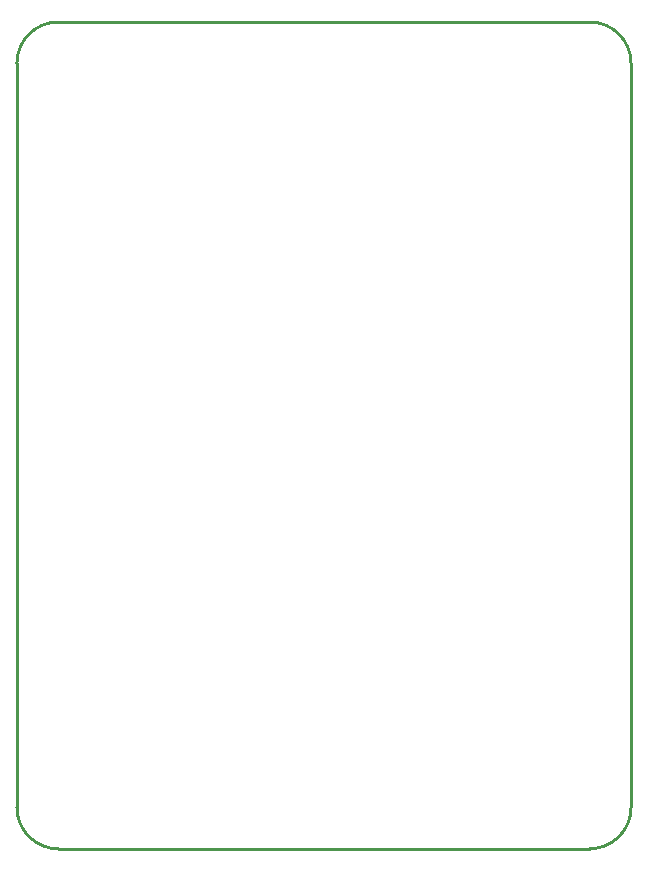
<source format=gbr>
G04 start of page 6 for group 4 idx 4 *
G04 Title: (unknown), outline *
G04 Creator: pcb 20140316 *
G04 CreationDate: Tue 09 Jul 2019 20:42:41 GMT UTC *
G04 For: kier *
G04 Format: Gerber/RS-274X *
G04 PCB-Dimensions (mil): 2755.91 3543.31 *
G04 PCB-Coordinate-Origin: lower left *
%MOIN*%
%FSLAX25Y25*%
%LNOUTLINE*%
%ADD114C,0.0098*%
G54D114*X53150Y314961D02*X230315D01*
X244094Y301181D02*Y53150D01*
X230315Y39370D02*X53150D01*
X39370Y53150D02*Y301181D01*
G75*G02X53150Y314961I13780J0D01*G01*
X230315D02*G75*G02X244094Y301181I0J-13780D01*G01*
X39370Y53150D02*G75*G03X53150Y39370I13780J0D01*G01*
X230315D02*G75*G03X244094Y53150I0J13780D01*G01*
M02*

</source>
